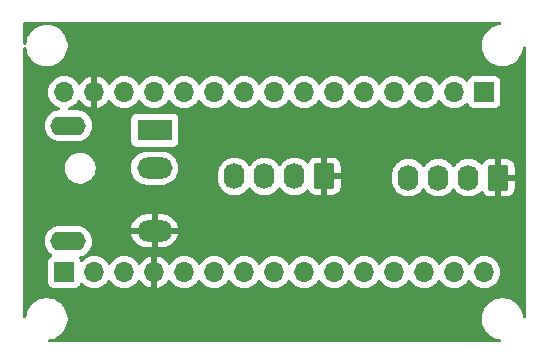
<source format=gbr>
%TF.GenerationSoftware,KiCad,Pcbnew,8.0.8*%
%TF.CreationDate,2025-01-27T11:14:47-08:00*%
%TF.ProjectId,nano-fan-5,6e616e6f-2d66-4616-9e2d-352e6b696361,rev?*%
%TF.SameCoordinates,Original*%
%TF.FileFunction,Copper,L2,Bot*%
%TF.FilePolarity,Positive*%
%FSLAX46Y46*%
G04 Gerber Fmt 4.6, Leading zero omitted, Abs format (unit mm)*
G04 Created by KiCad (PCBNEW 8.0.8) date 2025-01-27 11:14:47*
%MOMM*%
%LPD*%
G01*
G04 APERTURE LIST*
G04 Aperture macros list*
%AMRoundRect*
0 Rectangle with rounded corners*
0 $1 Rounding radius*
0 $2 $3 $4 $5 $6 $7 $8 $9 X,Y pos of 4 corners*
0 Add a 4 corners polygon primitive as box body*
4,1,4,$2,$3,$4,$5,$6,$7,$8,$9,$2,$3,0*
0 Add four circle primitives for the rounded corners*
1,1,$1+$1,$2,$3*
1,1,$1+$1,$4,$5*
1,1,$1+$1,$6,$7*
1,1,$1+$1,$8,$9*
0 Add four rect primitives between the rounded corners*
20,1,$1+$1,$2,$3,$4,$5,0*
20,1,$1+$1,$4,$5,$6,$7,0*
20,1,$1+$1,$6,$7,$8,$9,0*
20,1,$1+$1,$8,$9,$2,$3,0*%
G04 Aperture macros list end*
%TA.AperFunction,ComponentPad*%
%ADD10R,1.600000X1.600000*%
%TD*%
%TA.AperFunction,ComponentPad*%
%ADD11O,1.600000X1.600000*%
%TD*%
%TA.AperFunction,ComponentPad*%
%ADD12R,1.700000X1.700000*%
%TD*%
%TA.AperFunction,ComponentPad*%
%ADD13O,1.700000X1.700000*%
%TD*%
%TA.AperFunction,ComponentPad*%
%ADD14R,3.000000X1.800000*%
%TD*%
%TA.AperFunction,ComponentPad*%
%ADD15O,3.000000X1.800000*%
%TD*%
%TA.AperFunction,ComponentPad*%
%ADD16O,3.000000X1.600000*%
%TD*%
%TA.AperFunction,ComponentPad*%
%ADD17RoundRect,0.250000X0.620000X0.845000X-0.620000X0.845000X-0.620000X-0.845000X0.620000X-0.845000X0*%
%TD*%
%TA.AperFunction,ComponentPad*%
%ADD18O,1.740000X2.190000*%
%TD*%
G04 APERTURE END LIST*
D10*
%TO.P,A1,1,D1/TX*%
%TO.N,TX1*%
X104140000Y-89052400D03*
D11*
%TO.P,A1,2,D0/RX*%
%TO.N,RX0*%
X106680000Y-89052400D03*
%TO.P,A1,3,~{RESET}*%
%TO.N,RST*%
X109220000Y-89052400D03*
%TO.P,A1,4,GND*%
%TO.N,GND*%
X111760000Y-89052400D03*
%TO.P,A1,5,D2*%
%TO.N,D2*%
X114300000Y-89052400D03*
%TO.P,A1,6,D3*%
%TO.N,D3*%
X116840000Y-89052400D03*
%TO.P,A1,7,D4*%
%TO.N,D4*%
X119380000Y-89052400D03*
%TO.P,A1,8,D5*%
%TO.N,D5*%
X121920000Y-89052400D03*
%TO.P,A1,9,D6*%
%TO.N,D6*%
X124460000Y-89052400D03*
%TO.P,A1,10,D7*%
%TO.N,D7*%
X127000000Y-89052400D03*
%TO.P,A1,11,D8*%
%TO.N,D8*%
X129540000Y-89052400D03*
%TO.P,A1,12,D9*%
%TO.N,D9*%
X132080000Y-89052400D03*
%TO.P,A1,13,D10*%
%TO.N,D10*%
X134620000Y-89052400D03*
%TO.P,A1,14,D11*%
%TO.N,D11*%
X137160000Y-89052400D03*
%TO.P,A1,15,D12*%
%TO.N,D12*%
X139700000Y-89052400D03*
%TO.P,A1,16,D13*%
%TO.N,D13*%
X139700000Y-73812400D03*
%TO.P,A1,17,3V3*%
%TO.N,V33*%
X137160000Y-73812400D03*
%TO.P,A1,18,AREF*%
%TO.N,AREF*%
X134620000Y-73812400D03*
%TO.P,A1,19,A0*%
%TO.N,A0*%
X132080000Y-73812400D03*
%TO.P,A1,20,A1*%
%TO.N,A1*%
X129540000Y-73812400D03*
%TO.P,A1,21,A2*%
%TO.N,A2*%
X127000000Y-73812400D03*
%TO.P,A1,22,A3*%
%TO.N,A3*%
X124460000Y-73812400D03*
%TO.P,A1,23,A4*%
%TO.N,A4*%
X121920000Y-73812400D03*
%TO.P,A1,24,A5*%
%TO.N,A5*%
X119380000Y-73812400D03*
%TO.P,A1,25,A6*%
%TO.N,A6*%
X116840000Y-73812400D03*
%TO.P,A1,26,A7*%
%TO.N,A7*%
X114300000Y-73812400D03*
%TO.P,A1,27,+5V*%
%TO.N,V5*%
X111760000Y-73812400D03*
%TO.P,A1,28,~{RESET}*%
%TO.N,RST*%
X109220000Y-73812400D03*
%TO.P,A1,29,GND*%
%TO.N,GND*%
X106680000Y-73812400D03*
%TO.P,A1,30,VIN*%
%TO.N,VIN*%
X104140000Y-73812400D03*
%TD*%
D12*
%TO.P,J2,1,Pin_1*%
%TO.N,D13*%
X139700000Y-73812400D03*
D13*
%TO.P,J2,2,Pin_2*%
%TO.N,V33*%
X137160000Y-73812400D03*
%TO.P,J2,3,Pin_3*%
%TO.N,AREF*%
X134620000Y-73812400D03*
%TO.P,J2,4,Pin_4*%
%TO.N,A0*%
X132080000Y-73812400D03*
%TO.P,J2,5,Pin_5*%
%TO.N,A1*%
X129540000Y-73812400D03*
%TO.P,J2,6,Pin_6*%
%TO.N,A2*%
X127000000Y-73812400D03*
%TO.P,J2,7,Pin_7*%
%TO.N,A3*%
X124460000Y-73812400D03*
%TO.P,J2,8,Pin_8*%
%TO.N,A4*%
X121920000Y-73812400D03*
%TO.P,J2,9,Pin_9*%
%TO.N,A5*%
X119380000Y-73812400D03*
%TO.P,J2,10,Pin_10*%
%TO.N,A6*%
X116840000Y-73812400D03*
%TO.P,J2,11,Pin_11*%
%TO.N,A7*%
X114300000Y-73812400D03*
%TO.P,J2,12,Pin_12*%
%TO.N,V5*%
X111760000Y-73812400D03*
%TO.P,J2,13,Pin_13*%
%TO.N,RST*%
X109220000Y-73812400D03*
%TO.P,J2,14,Pin_14*%
%TO.N,GND*%
X106680000Y-73812400D03*
%TO.P,J2,15,Pin_15*%
%TO.N,VIN*%
X104140000Y-73812400D03*
%TD*%
D12*
%TO.P,J1,1,Pin_1*%
%TO.N,TX1*%
X104140000Y-89052400D03*
D13*
%TO.P,J1,2,Pin_2*%
%TO.N,RX0*%
X106680000Y-89052400D03*
%TO.P,J1,3,Pin_3*%
%TO.N,RST*%
X109220000Y-89052400D03*
%TO.P,J1,4,Pin_4*%
%TO.N,GND*%
X111760000Y-89052400D03*
%TO.P,J1,5,Pin_5*%
%TO.N,D2*%
X114300000Y-89052400D03*
%TO.P,J1,6,Pin_6*%
%TO.N,D3*%
X116840000Y-89052400D03*
%TO.P,J1,7,Pin_7*%
%TO.N,D4*%
X119380000Y-89052400D03*
%TO.P,J1,8,Pin_8*%
%TO.N,D5*%
X121920000Y-89052400D03*
%TO.P,J1,9,Pin_9*%
%TO.N,D6*%
X124460000Y-89052400D03*
%TO.P,J1,10,Pin_10*%
%TO.N,D7*%
X127000000Y-89052400D03*
%TO.P,J1,11,Pin_11*%
%TO.N,D8*%
X129540000Y-89052400D03*
%TO.P,J1,12,Pin_12*%
%TO.N,D9*%
X132080000Y-89052400D03*
%TO.P,J1,13,Pin_13*%
%TO.N,D10*%
X134620000Y-89052400D03*
%TO.P,J1,14,Pin_14*%
%TO.N,D11*%
X137160000Y-89052400D03*
%TO.P,J1,15,Pin_15*%
%TO.N,D12*%
X139700000Y-89052400D03*
%TD*%
D14*
%TO.P,J3,1*%
%TO.N,/VFan*%
X111791200Y-77045700D03*
D15*
%TO.P,J3,2*%
%TO.N,GND*%
X111791200Y-85545700D03*
%TO.P,J3,3*%
%TO.N,unconnected-(J3-Pad3)*%
X111791200Y-80245700D03*
D16*
%TO.P,J3,SH*%
%TO.N,N/C*%
X104491200Y-86445700D03*
X104491200Y-76645700D03*
%TD*%
D17*
%TO.P,M1,1,-*%
%TO.N,GND*%
X126161800Y-80949800D03*
D18*
%TO.P,M1,2,+*%
%TO.N,/VFan*%
X123621800Y-80949800D03*
%TO.P,M1,3,Tacho*%
%TO.N,unconnected-(M1-Tacho-Pad3)*%
X121081800Y-80949800D03*
%TO.P,M1,4,PWM*%
%TO.N,D9*%
X118541800Y-80949800D03*
%TD*%
D17*
%TO.P,M2,1,-*%
%TO.N,GND*%
X140893800Y-81051400D03*
D18*
%TO.P,M2,2,+*%
%TO.N,/VFan*%
X138353800Y-81051400D03*
%TO.P,M2,3,Tacho*%
%TO.N,unconnected-(M2-Tacho-Pad3)*%
X135813800Y-81051400D03*
%TO.P,M2,4,PWM*%
%TO.N,D10*%
X133273800Y-81051400D03*
%TD*%
%TA.AperFunction,Conductor*%
%TO.N,GND*%
G36*
X141093741Y-67880985D02*
G01*
X141139496Y-67933789D01*
X141149440Y-68002947D01*
X141120415Y-68066503D01*
X141061637Y-68104277D01*
X141042888Y-68108238D01*
X140881762Y-68129452D01*
X140788076Y-68154554D01*
X140660112Y-68188842D01*
X140448123Y-68276650D01*
X140448109Y-68276657D01*
X140249382Y-68391392D01*
X140067338Y-68531081D01*
X139905081Y-68693338D01*
X139765392Y-68875382D01*
X139650657Y-69074109D01*
X139650650Y-69074123D01*
X139562842Y-69286112D01*
X139503453Y-69507759D01*
X139503451Y-69507770D01*
X139473500Y-69735258D01*
X139473500Y-69964741D01*
X139485583Y-70056512D01*
X139503452Y-70192238D01*
X139562842Y-70413887D01*
X139650650Y-70625876D01*
X139650657Y-70625890D01*
X139765392Y-70824617D01*
X139905081Y-71006661D01*
X139905089Y-71006670D01*
X140067330Y-71168911D01*
X140067338Y-71168918D01*
X140067339Y-71168919D01*
X140100441Y-71194319D01*
X140249382Y-71308607D01*
X140249385Y-71308608D01*
X140249388Y-71308611D01*
X140448112Y-71423344D01*
X140448117Y-71423346D01*
X140448123Y-71423349D01*
X140509445Y-71448749D01*
X140660113Y-71511158D01*
X140881762Y-71570548D01*
X141109266Y-71600500D01*
X141109273Y-71600500D01*
X141338727Y-71600500D01*
X141338734Y-71600500D01*
X141566238Y-71570548D01*
X141787887Y-71511158D01*
X141999888Y-71423344D01*
X142198612Y-71308611D01*
X142380661Y-71168919D01*
X142380665Y-71168914D01*
X142380670Y-71168911D01*
X142542911Y-71006670D01*
X142542914Y-71006665D01*
X142542919Y-71006661D01*
X142682611Y-70824612D01*
X142797344Y-70625888D01*
X142885158Y-70413887D01*
X142944548Y-70192238D01*
X142965761Y-70031111D01*
X142994028Y-69967216D01*
X143052352Y-69928745D01*
X143122217Y-69927914D01*
X143181440Y-69964986D01*
X143211219Y-70028192D01*
X143212700Y-70047298D01*
X143212700Y-92817501D01*
X143193015Y-92884540D01*
X143140211Y-92930295D01*
X143071053Y-92940239D01*
X143007497Y-92911214D01*
X142969723Y-92852436D01*
X142965761Y-92833687D01*
X142963630Y-92817501D01*
X142944548Y-92672562D01*
X142885158Y-92450913D01*
X142797344Y-92238912D01*
X142682611Y-92040188D01*
X142682608Y-92040185D01*
X142682607Y-92040182D01*
X142542918Y-91858138D01*
X142542911Y-91858130D01*
X142380670Y-91695889D01*
X142380661Y-91695881D01*
X142198617Y-91556192D01*
X141999890Y-91441457D01*
X141999876Y-91441450D01*
X141787887Y-91353642D01*
X141566238Y-91294252D01*
X141528215Y-91289246D01*
X141338741Y-91264300D01*
X141338734Y-91264300D01*
X141109266Y-91264300D01*
X141109258Y-91264300D01*
X140892715Y-91292809D01*
X140881762Y-91294252D01*
X140788076Y-91319354D01*
X140660112Y-91353642D01*
X140448123Y-91441450D01*
X140448109Y-91441457D01*
X140249382Y-91556192D01*
X140067338Y-91695881D01*
X139905081Y-91858138D01*
X139765392Y-92040182D01*
X139650657Y-92238909D01*
X139650650Y-92238923D01*
X139562842Y-92450912D01*
X139503453Y-92672559D01*
X139503451Y-92672570D01*
X139473500Y-92900058D01*
X139473500Y-93129541D01*
X139498446Y-93319015D01*
X139503452Y-93357038D01*
X139503453Y-93357040D01*
X139562842Y-93578687D01*
X139650650Y-93790676D01*
X139650657Y-93790690D01*
X139765392Y-93989417D01*
X139905081Y-94171461D01*
X139905089Y-94171470D01*
X140067330Y-94333711D01*
X140067338Y-94333718D01*
X140249382Y-94473407D01*
X140249385Y-94473408D01*
X140249388Y-94473411D01*
X140448112Y-94588144D01*
X140448117Y-94588146D01*
X140448123Y-94588149D01*
X140539480Y-94625990D01*
X140660113Y-94675958D01*
X140881762Y-94735348D01*
X141042888Y-94756561D01*
X141106784Y-94784828D01*
X141145255Y-94843152D01*
X141146086Y-94913017D01*
X141109014Y-94972240D01*
X141045808Y-95002019D01*
X141026702Y-95003500D01*
X102864098Y-95003500D01*
X102797059Y-94983815D01*
X102751304Y-94931011D01*
X102741360Y-94861853D01*
X102770385Y-94798297D01*
X102829163Y-94760523D01*
X102847912Y-94756561D01*
X103009038Y-94735348D01*
X103230687Y-94675958D01*
X103442688Y-94588144D01*
X103641412Y-94473411D01*
X103823461Y-94333719D01*
X103823465Y-94333714D01*
X103823470Y-94333711D01*
X103985711Y-94171470D01*
X103985714Y-94171465D01*
X103985719Y-94171461D01*
X104125411Y-93989412D01*
X104240144Y-93790688D01*
X104327958Y-93578687D01*
X104387348Y-93357038D01*
X104417300Y-93129534D01*
X104417300Y-92900066D01*
X104387348Y-92672562D01*
X104327958Y-92450913D01*
X104240144Y-92238912D01*
X104125411Y-92040188D01*
X104125408Y-92040185D01*
X104125407Y-92040182D01*
X103985718Y-91858138D01*
X103985711Y-91858130D01*
X103823470Y-91695889D01*
X103823461Y-91695881D01*
X103641417Y-91556192D01*
X103442690Y-91441457D01*
X103442676Y-91441450D01*
X103230687Y-91353642D01*
X103009038Y-91294252D01*
X102971015Y-91289246D01*
X102781541Y-91264300D01*
X102781534Y-91264300D01*
X102552066Y-91264300D01*
X102552058Y-91264300D01*
X102335515Y-91292809D01*
X102324562Y-91294252D01*
X102230876Y-91319354D01*
X102102912Y-91353642D01*
X101890923Y-91441450D01*
X101890909Y-91441457D01*
X101692182Y-91556192D01*
X101510138Y-91695881D01*
X101347881Y-91858138D01*
X101208192Y-92040182D01*
X101093457Y-92238909D01*
X101093450Y-92238923D01*
X101005642Y-92450912D01*
X100946253Y-92672559D01*
X100946251Y-92672570D01*
X100925039Y-92833687D01*
X100896772Y-92897583D01*
X100838448Y-92936054D01*
X100768583Y-92936885D01*
X100709360Y-92899813D01*
X100679581Y-92836607D01*
X100678100Y-92817501D01*
X100678100Y-86343348D01*
X102490700Y-86343348D01*
X102490700Y-86548051D01*
X102522722Y-86750234D01*
X102585981Y-86944923D01*
X102678915Y-87127313D01*
X102799228Y-87292913D01*
X102943980Y-87437665D01*
X103084163Y-87539513D01*
X103126829Y-87594843D01*
X103132808Y-87664457D01*
X103100203Y-87726252D01*
X103054614Y-87756013D01*
X103047672Y-87758602D01*
X103047664Y-87758606D01*
X102932455Y-87844852D01*
X102932452Y-87844855D01*
X102846206Y-87960064D01*
X102846202Y-87960071D01*
X102795908Y-88094917D01*
X102789501Y-88154516D01*
X102789500Y-88154535D01*
X102789500Y-89950270D01*
X102789501Y-89950276D01*
X102795908Y-90009883D01*
X102846202Y-90144728D01*
X102846206Y-90144735D01*
X102932452Y-90259944D01*
X102932455Y-90259947D01*
X103047664Y-90346193D01*
X103047671Y-90346197D01*
X103182517Y-90396491D01*
X103182516Y-90396491D01*
X103189444Y-90397235D01*
X103242127Y-90402900D01*
X105037872Y-90402899D01*
X105097483Y-90396491D01*
X105232331Y-90346196D01*
X105347546Y-90259946D01*
X105433796Y-90144731D01*
X105482810Y-90013316D01*
X105524681Y-89957384D01*
X105590145Y-89932966D01*
X105658418Y-89947817D01*
X105686673Y-89968969D01*
X105808599Y-90090895D01*
X105905384Y-90158665D01*
X106002165Y-90226432D01*
X106002167Y-90226433D01*
X106002170Y-90226435D01*
X106216337Y-90326303D01*
X106444592Y-90387463D01*
X106621034Y-90402900D01*
X106679999Y-90408059D01*
X106680000Y-90408059D01*
X106680001Y-90408059D01*
X106738966Y-90402900D01*
X106915408Y-90387463D01*
X107143663Y-90326303D01*
X107357830Y-90226435D01*
X107551401Y-90090895D01*
X107718495Y-89923801D01*
X107848425Y-89738242D01*
X107903002Y-89694617D01*
X107972500Y-89687423D01*
X108034855Y-89718946D01*
X108051575Y-89738242D01*
X108181500Y-89923795D01*
X108181505Y-89923801D01*
X108348599Y-90090895D01*
X108445384Y-90158665D01*
X108542165Y-90226432D01*
X108542167Y-90226433D01*
X108542170Y-90226435D01*
X108756337Y-90326303D01*
X108984592Y-90387463D01*
X109161034Y-90402900D01*
X109219999Y-90408059D01*
X109220000Y-90408059D01*
X109220001Y-90408059D01*
X109278966Y-90402900D01*
X109455408Y-90387463D01*
X109683663Y-90326303D01*
X109897830Y-90226435D01*
X110091401Y-90090895D01*
X110258495Y-89923801D01*
X110388730Y-89737805D01*
X110443307Y-89694181D01*
X110512805Y-89686987D01*
X110575160Y-89718510D01*
X110591879Y-89737805D01*
X110721890Y-89923478D01*
X110888917Y-90090505D01*
X111082421Y-90226000D01*
X111296507Y-90325829D01*
X111296516Y-90325833D01*
X111510000Y-90383034D01*
X111510000Y-89485412D01*
X111567007Y-89518325D01*
X111694174Y-89552400D01*
X111825826Y-89552400D01*
X111952993Y-89518325D01*
X112010000Y-89485412D01*
X112010000Y-90383033D01*
X112223483Y-90325833D01*
X112223492Y-90325829D01*
X112437578Y-90226000D01*
X112631082Y-90090505D01*
X112798105Y-89923482D01*
X112928119Y-89737805D01*
X112982696Y-89694181D01*
X113052195Y-89686988D01*
X113114549Y-89718510D01*
X113131269Y-89737805D01*
X113261505Y-89923801D01*
X113428599Y-90090895D01*
X113525384Y-90158665D01*
X113622165Y-90226432D01*
X113622167Y-90226433D01*
X113622170Y-90226435D01*
X113836337Y-90326303D01*
X114064592Y-90387463D01*
X114241034Y-90402900D01*
X114299999Y-90408059D01*
X114300000Y-90408059D01*
X114300001Y-90408059D01*
X114358966Y-90402900D01*
X114535408Y-90387463D01*
X114763663Y-90326303D01*
X114977830Y-90226435D01*
X115171401Y-90090895D01*
X115338495Y-89923801D01*
X115468425Y-89738242D01*
X115523002Y-89694617D01*
X115592500Y-89687423D01*
X115654855Y-89718946D01*
X115671575Y-89738242D01*
X115801500Y-89923795D01*
X115801505Y-89923801D01*
X115968599Y-90090895D01*
X116065384Y-90158665D01*
X116162165Y-90226432D01*
X116162167Y-90226433D01*
X116162170Y-90226435D01*
X116376337Y-90326303D01*
X116604592Y-90387463D01*
X116781034Y-90402900D01*
X116839999Y-90408059D01*
X116840000Y-90408059D01*
X116840001Y-90408059D01*
X116898966Y-90402900D01*
X117075408Y-90387463D01*
X117303663Y-90326303D01*
X117517830Y-90226435D01*
X117711401Y-90090895D01*
X117878495Y-89923801D01*
X118008425Y-89738242D01*
X118063002Y-89694617D01*
X118132500Y-89687423D01*
X118194855Y-89718946D01*
X118211575Y-89738242D01*
X118341500Y-89923795D01*
X118341505Y-89923801D01*
X118508599Y-90090895D01*
X118605384Y-90158665D01*
X118702165Y-90226432D01*
X118702167Y-90226433D01*
X118702170Y-90226435D01*
X118916337Y-90326303D01*
X119144592Y-90387463D01*
X119321034Y-90402900D01*
X119379999Y-90408059D01*
X119380000Y-90408059D01*
X119380001Y-90408059D01*
X119438966Y-90402900D01*
X119615408Y-90387463D01*
X119843663Y-90326303D01*
X120057830Y-90226435D01*
X120251401Y-90090895D01*
X120418495Y-89923801D01*
X120548425Y-89738242D01*
X120603002Y-89694617D01*
X120672500Y-89687423D01*
X120734855Y-89718946D01*
X120751575Y-89738242D01*
X120881500Y-89923795D01*
X120881505Y-89923801D01*
X121048599Y-90090895D01*
X121145384Y-90158665D01*
X121242165Y-90226432D01*
X121242167Y-90226433D01*
X121242170Y-90226435D01*
X121456337Y-90326303D01*
X121684592Y-90387463D01*
X121861034Y-90402900D01*
X121919999Y-90408059D01*
X121920000Y-90408059D01*
X121920001Y-90408059D01*
X121978966Y-90402900D01*
X122155408Y-90387463D01*
X122383663Y-90326303D01*
X122597830Y-90226435D01*
X122791401Y-90090895D01*
X122958495Y-89923801D01*
X123088425Y-89738242D01*
X123143002Y-89694617D01*
X123212500Y-89687423D01*
X123274855Y-89718946D01*
X123291575Y-89738242D01*
X123421500Y-89923795D01*
X123421505Y-89923801D01*
X123588599Y-90090895D01*
X123685384Y-90158665D01*
X123782165Y-90226432D01*
X123782167Y-90226433D01*
X123782170Y-90226435D01*
X123996337Y-90326303D01*
X124224592Y-90387463D01*
X124401034Y-90402900D01*
X124459999Y-90408059D01*
X124460000Y-90408059D01*
X124460001Y-90408059D01*
X124518966Y-90402900D01*
X124695408Y-90387463D01*
X124923663Y-90326303D01*
X125137830Y-90226435D01*
X125331401Y-90090895D01*
X125498495Y-89923801D01*
X125628425Y-89738242D01*
X125683002Y-89694617D01*
X125752500Y-89687423D01*
X125814855Y-89718946D01*
X125831575Y-89738242D01*
X125961500Y-89923795D01*
X125961505Y-89923801D01*
X126128599Y-90090895D01*
X126225384Y-90158665D01*
X126322165Y-90226432D01*
X126322167Y-90226433D01*
X126322170Y-90226435D01*
X126536337Y-90326303D01*
X126764592Y-90387463D01*
X126941034Y-90402900D01*
X126999999Y-90408059D01*
X127000000Y-90408059D01*
X127000001Y-90408059D01*
X127058966Y-90402900D01*
X127235408Y-90387463D01*
X127463663Y-90326303D01*
X127677830Y-90226435D01*
X127871401Y-90090895D01*
X128038495Y-89923801D01*
X128168425Y-89738242D01*
X128223002Y-89694617D01*
X128292500Y-89687423D01*
X128354855Y-89718946D01*
X128371575Y-89738242D01*
X128501500Y-89923795D01*
X128501505Y-89923801D01*
X128668599Y-90090895D01*
X128765384Y-90158665D01*
X128862165Y-90226432D01*
X128862167Y-90226433D01*
X128862170Y-90226435D01*
X129076337Y-90326303D01*
X129304592Y-90387463D01*
X129481034Y-90402900D01*
X129539999Y-90408059D01*
X129540000Y-90408059D01*
X129540001Y-90408059D01*
X129598966Y-90402900D01*
X129775408Y-90387463D01*
X130003663Y-90326303D01*
X130217830Y-90226435D01*
X130411401Y-90090895D01*
X130578495Y-89923801D01*
X130708425Y-89738242D01*
X130763002Y-89694617D01*
X130832500Y-89687423D01*
X130894855Y-89718946D01*
X130911575Y-89738242D01*
X131041500Y-89923795D01*
X131041505Y-89923801D01*
X131208599Y-90090895D01*
X131305384Y-90158665D01*
X131402165Y-90226432D01*
X131402167Y-90226433D01*
X131402170Y-90226435D01*
X131616337Y-90326303D01*
X131844592Y-90387463D01*
X132021034Y-90402900D01*
X132079999Y-90408059D01*
X132080000Y-90408059D01*
X132080001Y-90408059D01*
X132138966Y-90402900D01*
X132315408Y-90387463D01*
X132543663Y-90326303D01*
X132757830Y-90226435D01*
X132951401Y-90090895D01*
X133118495Y-89923801D01*
X133248425Y-89738242D01*
X133303002Y-89694617D01*
X133372500Y-89687423D01*
X133434855Y-89718946D01*
X133451575Y-89738242D01*
X133581500Y-89923795D01*
X133581505Y-89923801D01*
X133748599Y-90090895D01*
X133845384Y-90158665D01*
X133942165Y-90226432D01*
X133942167Y-90226433D01*
X133942170Y-90226435D01*
X134156337Y-90326303D01*
X134384592Y-90387463D01*
X134561034Y-90402900D01*
X134619999Y-90408059D01*
X134620000Y-90408059D01*
X134620001Y-90408059D01*
X134678966Y-90402900D01*
X134855408Y-90387463D01*
X135083663Y-90326303D01*
X135297830Y-90226435D01*
X135491401Y-90090895D01*
X135658495Y-89923801D01*
X135788425Y-89738242D01*
X135843002Y-89694617D01*
X135912500Y-89687423D01*
X135974855Y-89718946D01*
X135991575Y-89738242D01*
X136121500Y-89923795D01*
X136121505Y-89923801D01*
X136288599Y-90090895D01*
X136385384Y-90158665D01*
X136482165Y-90226432D01*
X136482167Y-90226433D01*
X136482170Y-90226435D01*
X136696337Y-90326303D01*
X136924592Y-90387463D01*
X137101034Y-90402900D01*
X137159999Y-90408059D01*
X137160000Y-90408059D01*
X137160001Y-90408059D01*
X137218966Y-90402900D01*
X137395408Y-90387463D01*
X137623663Y-90326303D01*
X137837830Y-90226435D01*
X138031401Y-90090895D01*
X138198495Y-89923801D01*
X138328425Y-89738242D01*
X138383002Y-89694617D01*
X138452500Y-89687423D01*
X138514855Y-89718946D01*
X138531575Y-89738242D01*
X138661500Y-89923795D01*
X138661505Y-89923801D01*
X138828599Y-90090895D01*
X138925384Y-90158665D01*
X139022165Y-90226432D01*
X139022167Y-90226433D01*
X139022170Y-90226435D01*
X139236337Y-90326303D01*
X139464592Y-90387463D01*
X139641034Y-90402900D01*
X139699999Y-90408059D01*
X139700000Y-90408059D01*
X139700001Y-90408059D01*
X139758966Y-90402900D01*
X139935408Y-90387463D01*
X140163663Y-90326303D01*
X140377830Y-90226435D01*
X140571401Y-90090895D01*
X140738495Y-89923801D01*
X140874035Y-89730230D01*
X140973903Y-89516063D01*
X141035063Y-89287808D01*
X141055659Y-89052400D01*
X141035063Y-88816992D01*
X140973903Y-88588737D01*
X140874035Y-88374571D01*
X140868731Y-88366995D01*
X140738494Y-88180997D01*
X140571402Y-88013906D01*
X140571395Y-88013901D01*
X140377834Y-87878367D01*
X140377830Y-87878365D01*
X140377828Y-87878364D01*
X140163663Y-87778497D01*
X140163659Y-87778496D01*
X140163655Y-87778494D01*
X139935413Y-87717338D01*
X139935403Y-87717336D01*
X139700001Y-87696741D01*
X139699999Y-87696741D01*
X139464596Y-87717336D01*
X139464586Y-87717338D01*
X139236344Y-87778494D01*
X139236335Y-87778498D01*
X139022171Y-87878364D01*
X139022169Y-87878365D01*
X138828597Y-88013905D01*
X138661505Y-88180997D01*
X138531575Y-88366558D01*
X138476998Y-88410183D01*
X138407500Y-88417377D01*
X138345145Y-88385854D01*
X138328425Y-88366558D01*
X138198494Y-88180997D01*
X138031402Y-88013906D01*
X138031395Y-88013901D01*
X137837834Y-87878367D01*
X137837830Y-87878365D01*
X137837828Y-87878364D01*
X137623663Y-87778497D01*
X137623659Y-87778496D01*
X137623655Y-87778494D01*
X137395413Y-87717338D01*
X137395403Y-87717336D01*
X137160001Y-87696741D01*
X137159999Y-87696741D01*
X136924596Y-87717336D01*
X136924586Y-87717338D01*
X136696344Y-87778494D01*
X136696335Y-87778498D01*
X136482171Y-87878364D01*
X136482169Y-87878365D01*
X136288597Y-88013905D01*
X136121505Y-88180997D01*
X135991575Y-88366558D01*
X135936998Y-88410183D01*
X135867500Y-88417377D01*
X135805145Y-88385854D01*
X135788425Y-88366558D01*
X135658494Y-88180997D01*
X135491402Y-88013906D01*
X135491395Y-88013901D01*
X135297834Y-87878367D01*
X135297830Y-87878365D01*
X135297828Y-87878364D01*
X135083663Y-87778497D01*
X135083659Y-87778496D01*
X135083655Y-87778494D01*
X134855413Y-87717338D01*
X134855403Y-87717336D01*
X134620001Y-87696741D01*
X134619999Y-87696741D01*
X134384596Y-87717336D01*
X134384586Y-87717338D01*
X134156344Y-87778494D01*
X134156335Y-87778498D01*
X133942171Y-87878364D01*
X133942169Y-87878365D01*
X133748597Y-88013905D01*
X133581505Y-88180997D01*
X133451575Y-88366558D01*
X133396998Y-88410183D01*
X133327500Y-88417377D01*
X133265145Y-88385854D01*
X133248425Y-88366558D01*
X133118494Y-88180997D01*
X132951402Y-88013906D01*
X132951395Y-88013901D01*
X132757834Y-87878367D01*
X132757830Y-87878365D01*
X132757828Y-87878364D01*
X132543663Y-87778497D01*
X132543659Y-87778496D01*
X132543655Y-87778494D01*
X132315413Y-87717338D01*
X132315403Y-87717336D01*
X132080001Y-87696741D01*
X132079999Y-87696741D01*
X131844596Y-87717336D01*
X131844586Y-87717338D01*
X131616344Y-87778494D01*
X131616335Y-87778498D01*
X131402171Y-87878364D01*
X131402169Y-87878365D01*
X131208597Y-88013905D01*
X131041505Y-88180997D01*
X130911575Y-88366558D01*
X130856998Y-88410183D01*
X130787500Y-88417377D01*
X130725145Y-88385854D01*
X130708425Y-88366558D01*
X130578494Y-88180997D01*
X130411402Y-88013906D01*
X130411395Y-88013901D01*
X130217834Y-87878367D01*
X130217830Y-87878365D01*
X130217828Y-87878364D01*
X130003663Y-87778497D01*
X130003659Y-87778496D01*
X130003655Y-87778494D01*
X129775413Y-87717338D01*
X129775403Y-87717336D01*
X129540001Y-87696741D01*
X129539999Y-87696741D01*
X129304596Y-87717336D01*
X129304586Y-87717338D01*
X129076344Y-87778494D01*
X129076335Y-87778498D01*
X128862171Y-87878364D01*
X128862169Y-87878365D01*
X128668597Y-88013905D01*
X128501505Y-88180997D01*
X128371575Y-88366558D01*
X128316998Y-88410183D01*
X128247500Y-88417377D01*
X128185145Y-88385854D01*
X128168425Y-88366558D01*
X128038494Y-88180997D01*
X127871402Y-88013906D01*
X127871395Y-88013901D01*
X127677834Y-87878367D01*
X127677830Y-87878365D01*
X127677828Y-87878364D01*
X127463663Y-87778497D01*
X127463659Y-87778496D01*
X127463655Y-87778494D01*
X127235413Y-87717338D01*
X127235403Y-87717336D01*
X127000001Y-87696741D01*
X126999999Y-87696741D01*
X126764596Y-87717336D01*
X126764586Y-87717338D01*
X126536344Y-87778494D01*
X126536335Y-87778498D01*
X126322171Y-87878364D01*
X126322169Y-87878365D01*
X126128597Y-88013905D01*
X125961505Y-88180997D01*
X125831575Y-88366558D01*
X125776998Y-88410183D01*
X125707500Y-88417377D01*
X125645145Y-88385854D01*
X125628425Y-88366558D01*
X125498494Y-88180997D01*
X125331402Y-88013906D01*
X125331395Y-88013901D01*
X125137834Y-87878367D01*
X125137830Y-87878365D01*
X125137828Y-87878364D01*
X124923663Y-87778497D01*
X124923659Y-87778496D01*
X124923655Y-87778494D01*
X124695413Y-87717338D01*
X124695403Y-87717336D01*
X124460001Y-87696741D01*
X124459999Y-87696741D01*
X124224596Y-87717336D01*
X124224586Y-87717338D01*
X123996344Y-87778494D01*
X123996335Y-87778498D01*
X123782171Y-87878364D01*
X123782169Y-87878365D01*
X123588597Y-88013905D01*
X123421505Y-88180997D01*
X123291575Y-88366558D01*
X123236998Y-88410183D01*
X123167500Y-88417377D01*
X123105145Y-88385854D01*
X123088425Y-88366558D01*
X122958494Y-88180997D01*
X122791402Y-88013906D01*
X122791395Y-88013901D01*
X122597834Y-87878367D01*
X122597830Y-87878365D01*
X122597828Y-87878364D01*
X122383663Y-87778497D01*
X122383659Y-87778496D01*
X122383655Y-87778494D01*
X122155413Y-87717338D01*
X122155403Y-87717336D01*
X121920001Y-87696741D01*
X121919999Y-87696741D01*
X121684596Y-87717336D01*
X121684586Y-87717338D01*
X121456344Y-87778494D01*
X121456335Y-87778498D01*
X121242171Y-87878364D01*
X121242169Y-87878365D01*
X121048597Y-88013905D01*
X120881505Y-88180997D01*
X120751575Y-88366558D01*
X120696998Y-88410183D01*
X120627500Y-88417377D01*
X120565145Y-88385854D01*
X120548425Y-88366558D01*
X120418494Y-88180997D01*
X120251402Y-88013906D01*
X120251395Y-88013901D01*
X120057834Y-87878367D01*
X120057830Y-87878365D01*
X120057828Y-87878364D01*
X119843663Y-87778497D01*
X119843659Y-87778496D01*
X119843655Y-87778494D01*
X119615413Y-87717338D01*
X119615403Y-87717336D01*
X119380001Y-87696741D01*
X119379999Y-87696741D01*
X119144596Y-87717336D01*
X119144586Y-87717338D01*
X118916344Y-87778494D01*
X118916335Y-87778498D01*
X118702171Y-87878364D01*
X118702169Y-87878365D01*
X118508597Y-88013905D01*
X118341505Y-88180997D01*
X118211575Y-88366558D01*
X118156998Y-88410183D01*
X118087500Y-88417377D01*
X118025145Y-88385854D01*
X118008425Y-88366558D01*
X117878494Y-88180997D01*
X117711402Y-88013906D01*
X117711395Y-88013901D01*
X117517834Y-87878367D01*
X117517830Y-87878365D01*
X117517828Y-87878364D01*
X117303663Y-87778497D01*
X117303659Y-87778496D01*
X117303655Y-87778494D01*
X117075413Y-87717338D01*
X117075403Y-87717336D01*
X116840001Y-87696741D01*
X116839999Y-87696741D01*
X116604596Y-87717336D01*
X116604586Y-87717338D01*
X116376344Y-87778494D01*
X116376335Y-87778498D01*
X116162171Y-87878364D01*
X116162169Y-87878365D01*
X115968597Y-88013905D01*
X115801505Y-88180997D01*
X115671575Y-88366558D01*
X115616998Y-88410183D01*
X115547500Y-88417377D01*
X115485145Y-88385854D01*
X115468425Y-88366558D01*
X115338494Y-88180997D01*
X115171402Y-88013906D01*
X115171395Y-88013901D01*
X114977834Y-87878367D01*
X114977830Y-87878365D01*
X114977828Y-87878364D01*
X114763663Y-87778497D01*
X114763659Y-87778496D01*
X114763655Y-87778494D01*
X114535413Y-87717338D01*
X114535403Y-87717336D01*
X114300001Y-87696741D01*
X114299999Y-87696741D01*
X114064596Y-87717336D01*
X114064586Y-87717338D01*
X113836344Y-87778494D01*
X113836335Y-87778498D01*
X113622171Y-87878364D01*
X113622169Y-87878365D01*
X113428597Y-88013905D01*
X113261508Y-88180994D01*
X113131269Y-88366995D01*
X113076692Y-88410619D01*
X113007193Y-88417812D01*
X112944839Y-88386290D01*
X112928119Y-88366994D01*
X112798113Y-88181326D01*
X112798108Y-88181320D01*
X112631082Y-88014294D01*
X112437578Y-87878799D01*
X112223492Y-87778970D01*
X112223486Y-87778967D01*
X112010000Y-87721764D01*
X112010000Y-88619388D01*
X111952993Y-88586475D01*
X111825826Y-88552400D01*
X111694174Y-88552400D01*
X111567007Y-88586475D01*
X111510000Y-88619388D01*
X111510000Y-87721764D01*
X111509999Y-87721764D01*
X111296513Y-87778967D01*
X111296507Y-87778970D01*
X111082422Y-87878799D01*
X111082420Y-87878800D01*
X110888926Y-88014286D01*
X110888920Y-88014291D01*
X110721891Y-88181320D01*
X110721890Y-88181322D01*
X110591880Y-88366995D01*
X110537303Y-88410619D01*
X110467804Y-88417812D01*
X110405450Y-88386290D01*
X110388730Y-88366994D01*
X110258494Y-88180997D01*
X110091402Y-88013906D01*
X110091395Y-88013901D01*
X109897834Y-87878367D01*
X109897830Y-87878365D01*
X109897828Y-87878364D01*
X109683663Y-87778497D01*
X109683659Y-87778496D01*
X109683655Y-87778494D01*
X109455413Y-87717338D01*
X109455403Y-87717336D01*
X109220001Y-87696741D01*
X109219999Y-87696741D01*
X108984596Y-87717336D01*
X108984586Y-87717338D01*
X108756344Y-87778494D01*
X108756335Y-87778498D01*
X108542171Y-87878364D01*
X108542169Y-87878365D01*
X108348597Y-88013905D01*
X108181505Y-88180997D01*
X108051575Y-88366558D01*
X107996998Y-88410183D01*
X107927500Y-88417377D01*
X107865145Y-88385854D01*
X107848425Y-88366558D01*
X107718494Y-88180997D01*
X107551402Y-88013906D01*
X107551395Y-88013901D01*
X107357834Y-87878367D01*
X107357830Y-87878365D01*
X107357828Y-87878364D01*
X107143663Y-87778497D01*
X107143659Y-87778496D01*
X107143655Y-87778494D01*
X106915413Y-87717338D01*
X106915403Y-87717336D01*
X106680001Y-87696741D01*
X106679999Y-87696741D01*
X106444596Y-87717336D01*
X106444586Y-87717338D01*
X106216344Y-87778494D01*
X106216335Y-87778498D01*
X106002171Y-87878364D01*
X106002169Y-87878365D01*
X105808600Y-88013903D01*
X105686673Y-88135830D01*
X105625350Y-88169314D01*
X105555658Y-88164330D01*
X105499725Y-88122458D01*
X105482810Y-88091481D01*
X105433797Y-87960071D01*
X105433795Y-87960068D01*
X105399030Y-87913628D01*
X105374612Y-87848163D01*
X105389463Y-87779890D01*
X105438868Y-87730484D01*
X105478896Y-87716843D01*
X105495734Y-87714177D01*
X105690419Y-87650920D01*
X105872810Y-87557987D01*
X105965790Y-87490432D01*
X106038413Y-87437671D01*
X106038415Y-87437668D01*
X106038419Y-87437666D01*
X106183166Y-87292919D01*
X106183168Y-87292915D01*
X106183171Y-87292913D01*
X106235932Y-87220290D01*
X106303487Y-87127310D01*
X106396420Y-86944919D01*
X106459677Y-86750234D01*
X106491700Y-86548052D01*
X106491700Y-86343348D01*
X106459677Y-86141166D01*
X106440813Y-86083110D01*
X106396418Y-85946476D01*
X106355301Y-85865780D01*
X106303487Y-85764090D01*
X106256992Y-85700094D01*
X106183171Y-85598486D01*
X106038413Y-85453728D01*
X105872813Y-85333415D01*
X105872812Y-85333414D01*
X105872810Y-85333413D01*
X105798794Y-85295700D01*
X109813345Y-85295700D01*
X110875514Y-85295700D01*
X110871120Y-85300094D01*
X110818459Y-85391306D01*
X110791200Y-85493039D01*
X110791200Y-85598361D01*
X110818459Y-85700094D01*
X110871120Y-85791306D01*
X110875514Y-85795700D01*
X109813345Y-85795700D01*
X109825673Y-85873535D01*
X109825673Y-85873538D01*
X109893767Y-86083110D01*
X109993813Y-86279460D01*
X110123342Y-86457741D01*
X110279158Y-86613557D01*
X110457439Y-86743086D01*
X110653789Y-86843132D01*
X110863364Y-86911226D01*
X111081019Y-86945700D01*
X111541200Y-86945700D01*
X111541200Y-85945700D01*
X112041200Y-85945700D01*
X112041200Y-86945700D01*
X112501381Y-86945700D01*
X112719035Y-86911226D01*
X112928610Y-86843132D01*
X113124960Y-86743086D01*
X113303241Y-86613557D01*
X113459057Y-86457741D01*
X113588586Y-86279460D01*
X113688632Y-86083110D01*
X113756726Y-85873538D01*
X113756726Y-85873535D01*
X113769055Y-85795700D01*
X112706886Y-85795700D01*
X112711280Y-85791306D01*
X112763941Y-85700094D01*
X112791200Y-85598361D01*
X112791200Y-85493039D01*
X112763941Y-85391306D01*
X112711280Y-85300094D01*
X112706886Y-85295700D01*
X113769055Y-85295700D01*
X113756726Y-85217864D01*
X113756726Y-85217861D01*
X113688632Y-85008289D01*
X113588586Y-84811939D01*
X113459057Y-84633658D01*
X113303241Y-84477842D01*
X113124960Y-84348313D01*
X112928610Y-84248267D01*
X112719035Y-84180173D01*
X112501381Y-84145700D01*
X112041200Y-84145700D01*
X112041200Y-85145700D01*
X111541200Y-85145700D01*
X111541200Y-84145700D01*
X111081019Y-84145700D01*
X110863364Y-84180173D01*
X110653789Y-84248267D01*
X110457439Y-84348313D01*
X110279158Y-84477842D01*
X110123342Y-84633658D01*
X109993813Y-84811939D01*
X109893767Y-85008289D01*
X109825673Y-85217861D01*
X109825673Y-85217864D01*
X109813345Y-85295700D01*
X105798794Y-85295700D01*
X105690423Y-85240481D01*
X105495734Y-85177222D01*
X105321195Y-85149578D01*
X105293552Y-85145200D01*
X103688848Y-85145200D01*
X103664529Y-85149051D01*
X103486665Y-85177222D01*
X103291976Y-85240481D01*
X103109586Y-85333415D01*
X102943986Y-85453728D01*
X102799228Y-85598486D01*
X102678915Y-85764086D01*
X102585981Y-85946476D01*
X102522722Y-86141165D01*
X102490700Y-86343348D01*
X100678100Y-86343348D01*
X100678100Y-80142168D01*
X104175700Y-80142168D01*
X104175700Y-80349232D01*
X104184355Y-80403877D01*
X104208092Y-80553748D01*
X104272076Y-80750674D01*
X104272077Y-80750677D01*
X104366083Y-80935172D01*
X104487793Y-81102691D01*
X104634209Y-81249107D01*
X104801728Y-81370817D01*
X104891853Y-81416738D01*
X104986222Y-81464822D01*
X104986225Y-81464823D01*
X105081324Y-81495722D01*
X105183153Y-81528808D01*
X105387668Y-81561200D01*
X105387669Y-81561200D01*
X105594731Y-81561200D01*
X105594732Y-81561200D01*
X105799247Y-81528808D01*
X105996177Y-81464822D01*
X106180672Y-81370817D01*
X106348191Y-81249107D01*
X106494607Y-81102691D01*
X106616317Y-80935172D01*
X106710322Y-80750677D01*
X106774308Y-80553747D01*
X106806700Y-80349232D01*
X106806700Y-80142168D01*
X106805640Y-80135478D01*
X109790700Y-80135478D01*
X109790700Y-80355922D01*
X109798295Y-80403874D01*
X109825185Y-80573652D01*
X109893303Y-80783303D01*
X109893304Y-80783306D01*
X109961322Y-80916796D01*
X109970685Y-80935172D01*
X109993387Y-80979725D01*
X110122952Y-81158058D01*
X110122956Y-81158063D01*
X110278836Y-81313943D01*
X110278841Y-81313947D01*
X110357117Y-81370817D01*
X110457178Y-81443515D01*
X110559639Y-81495722D01*
X110653593Y-81543595D01*
X110653596Y-81543596D01*
X110707777Y-81561200D01*
X110863249Y-81611715D01*
X111080978Y-81646200D01*
X111080979Y-81646200D01*
X112501421Y-81646200D01*
X112501422Y-81646200D01*
X112719151Y-81611715D01*
X112928806Y-81543595D01*
X113125222Y-81443515D01*
X113303565Y-81313942D01*
X113459442Y-81158065D01*
X113589015Y-80979722D01*
X113689095Y-80783306D01*
X113743152Y-80616933D01*
X117171300Y-80616933D01*
X117171300Y-81282666D01*
X117200151Y-81464822D01*
X117205046Y-81495726D01*
X117271708Y-81700889D01*
X117369643Y-81893099D01*
X117496441Y-82067621D01*
X117648979Y-82220159D01*
X117823501Y-82346957D01*
X118015711Y-82444892D01*
X118220874Y-82511554D01*
X118300773Y-82524208D01*
X118433934Y-82545300D01*
X118433939Y-82545300D01*
X118649666Y-82545300D01*
X118768030Y-82526552D01*
X118862726Y-82511554D01*
X119067889Y-82444892D01*
X119260099Y-82346957D01*
X119434621Y-82220159D01*
X119587159Y-82067621D01*
X119711482Y-81896504D01*
X119766812Y-81853840D01*
X119836426Y-81847861D01*
X119898220Y-81880467D01*
X119912115Y-81896502D01*
X120036441Y-82067621D01*
X120188979Y-82220159D01*
X120363501Y-82346957D01*
X120555711Y-82444892D01*
X120760874Y-82511554D01*
X120840773Y-82524208D01*
X120973934Y-82545300D01*
X120973939Y-82545300D01*
X121189666Y-82545300D01*
X121308030Y-82526552D01*
X121402726Y-82511554D01*
X121607889Y-82444892D01*
X121800099Y-82346957D01*
X121974621Y-82220159D01*
X122127159Y-82067621D01*
X122251482Y-81896504D01*
X122306812Y-81853840D01*
X122376426Y-81847861D01*
X122438220Y-81880467D01*
X122452115Y-81896502D01*
X122576441Y-82067621D01*
X122728979Y-82220159D01*
X122903501Y-82346957D01*
X123095711Y-82444892D01*
X123300874Y-82511554D01*
X123380773Y-82524208D01*
X123513934Y-82545300D01*
X123513939Y-82545300D01*
X123729666Y-82545300D01*
X123848030Y-82526552D01*
X123942726Y-82511554D01*
X124147889Y-82444892D01*
X124340099Y-82346957D01*
X124514621Y-82220159D01*
X124656986Y-82077793D01*
X124718305Y-82044311D01*
X124787997Y-82049295D01*
X124843931Y-82091166D01*
X124857048Y-82113077D01*
X124857440Y-82113918D01*
X124949484Y-82263145D01*
X125073454Y-82387115D01*
X125222675Y-82479156D01*
X125222680Y-82479158D01*
X125389102Y-82534305D01*
X125389109Y-82534306D01*
X125491819Y-82544799D01*
X125911799Y-82544799D01*
X125911800Y-82544798D01*
X125911800Y-81492509D01*
X125932139Y-81504252D01*
X126083467Y-81544800D01*
X126240133Y-81544800D01*
X126391461Y-81504252D01*
X126411800Y-81492509D01*
X126411800Y-82544799D01*
X126831772Y-82544799D01*
X126831786Y-82544798D01*
X126934497Y-82534305D01*
X127100919Y-82479158D01*
X127100924Y-82479156D01*
X127250145Y-82387115D01*
X127374115Y-82263145D01*
X127466156Y-82113924D01*
X127466158Y-82113919D01*
X127521305Y-81947497D01*
X127521306Y-81947490D01*
X127531799Y-81844786D01*
X127531800Y-81844773D01*
X127531800Y-81199800D01*
X126704509Y-81199800D01*
X126716252Y-81179461D01*
X126756800Y-81028133D01*
X126756800Y-80871467D01*
X126716252Y-80720139D01*
X126715325Y-80718533D01*
X131903300Y-80718533D01*
X131903300Y-81384266D01*
X131931324Y-81561200D01*
X131937046Y-81597326D01*
X132003708Y-81802489D01*
X132101643Y-81994699D01*
X132228441Y-82169221D01*
X132380979Y-82321759D01*
X132555501Y-82448557D01*
X132747711Y-82546492D01*
X132952874Y-82613154D01*
X133032773Y-82625808D01*
X133165934Y-82646900D01*
X133165939Y-82646900D01*
X133381666Y-82646900D01*
X133500030Y-82628152D01*
X133594726Y-82613154D01*
X133799889Y-82546492D01*
X133992099Y-82448557D01*
X134166621Y-82321759D01*
X134319159Y-82169221D01*
X134443482Y-81998104D01*
X134498812Y-81955440D01*
X134568426Y-81949461D01*
X134630220Y-81982067D01*
X134644115Y-81998102D01*
X134768441Y-82169221D01*
X134920979Y-82321759D01*
X135095501Y-82448557D01*
X135287711Y-82546492D01*
X135492874Y-82613154D01*
X135572773Y-82625808D01*
X135705934Y-82646900D01*
X135705939Y-82646900D01*
X135921666Y-82646900D01*
X136040030Y-82628152D01*
X136134726Y-82613154D01*
X136339889Y-82546492D01*
X136532099Y-82448557D01*
X136706621Y-82321759D01*
X136859159Y-82169221D01*
X136983482Y-81998104D01*
X137038812Y-81955440D01*
X137108426Y-81949461D01*
X137170220Y-81982067D01*
X137184115Y-81998102D01*
X137308441Y-82169221D01*
X137460979Y-82321759D01*
X137635501Y-82448557D01*
X137827711Y-82546492D01*
X138032874Y-82613154D01*
X138112773Y-82625808D01*
X138245934Y-82646900D01*
X138245939Y-82646900D01*
X138461666Y-82646900D01*
X138580030Y-82628152D01*
X138674726Y-82613154D01*
X138879889Y-82546492D01*
X139072099Y-82448557D01*
X139246621Y-82321759D01*
X139388986Y-82179393D01*
X139450305Y-82145911D01*
X139519997Y-82150895D01*
X139575931Y-82192766D01*
X139589048Y-82214677D01*
X139589440Y-82215518D01*
X139681484Y-82364745D01*
X139805454Y-82488715D01*
X139954675Y-82580756D01*
X139954680Y-82580758D01*
X140121102Y-82635905D01*
X140121109Y-82635906D01*
X140223819Y-82646399D01*
X140643799Y-82646399D01*
X140643800Y-82646398D01*
X140643800Y-81594109D01*
X140664139Y-81605852D01*
X140815467Y-81646400D01*
X140972133Y-81646400D01*
X141123461Y-81605852D01*
X141143800Y-81594109D01*
X141143800Y-82646399D01*
X141563772Y-82646399D01*
X141563786Y-82646398D01*
X141666497Y-82635905D01*
X141832919Y-82580758D01*
X141832924Y-82580756D01*
X141982145Y-82488715D01*
X142106115Y-82364745D01*
X142198156Y-82215524D01*
X142198158Y-82215519D01*
X142253305Y-82049097D01*
X142253306Y-82049090D01*
X142263799Y-81946386D01*
X142263800Y-81946373D01*
X142263800Y-81301400D01*
X141436509Y-81301400D01*
X141448252Y-81281061D01*
X141488800Y-81129733D01*
X141488800Y-80973067D01*
X141448252Y-80821739D01*
X141436509Y-80801400D01*
X142263799Y-80801400D01*
X142263799Y-80156428D01*
X142263798Y-80156413D01*
X142253305Y-80053702D01*
X142198158Y-79887280D01*
X142198156Y-79887275D01*
X142106115Y-79738054D01*
X141982145Y-79614084D01*
X141832924Y-79522043D01*
X141832919Y-79522041D01*
X141666497Y-79466894D01*
X141666490Y-79466893D01*
X141563786Y-79456400D01*
X141143800Y-79456400D01*
X141143800Y-80508690D01*
X141123461Y-80496948D01*
X140972133Y-80456400D01*
X140815467Y-80456400D01*
X140664139Y-80496948D01*
X140643800Y-80508690D01*
X140643800Y-79456400D01*
X140223828Y-79456400D01*
X140223812Y-79456401D01*
X140121102Y-79466894D01*
X139954680Y-79522041D01*
X139954675Y-79522043D01*
X139805454Y-79614084D01*
X139681484Y-79738054D01*
X139589437Y-79887285D01*
X139589045Y-79888128D01*
X139588621Y-79888608D01*
X139585651Y-79893425D01*
X139584827Y-79892917D01*
X139542872Y-79940567D01*
X139475679Y-79959718D01*
X139408798Y-79939501D01*
X139388983Y-79923403D01*
X139246623Y-79781043D01*
X139246621Y-79781041D01*
X139072099Y-79654243D01*
X138879889Y-79556308D01*
X138674726Y-79489646D01*
X138674724Y-79489645D01*
X138674722Y-79489645D01*
X138461666Y-79455900D01*
X138461661Y-79455900D01*
X138245939Y-79455900D01*
X138245934Y-79455900D01*
X138032877Y-79489645D01*
X137827708Y-79556309D01*
X137635500Y-79654243D01*
X137561379Y-79708096D01*
X137460979Y-79781041D01*
X137460977Y-79781043D01*
X137460976Y-79781043D01*
X137308443Y-79933576D01*
X137308443Y-79933577D01*
X137308441Y-79933579D01*
X137289450Y-79959718D01*
X137184118Y-80104694D01*
X137128788Y-80147359D01*
X137059174Y-80153338D01*
X136997379Y-80120732D01*
X136983482Y-80104694D01*
X136947241Y-80054813D01*
X136859159Y-79933579D01*
X136706621Y-79781041D01*
X136532099Y-79654243D01*
X136339889Y-79556308D01*
X136134726Y-79489646D01*
X136134724Y-79489645D01*
X136134722Y-79489645D01*
X135921666Y-79455900D01*
X135921661Y-79455900D01*
X135705939Y-79455900D01*
X135705934Y-79455900D01*
X135492877Y-79489645D01*
X135287708Y-79556309D01*
X135095500Y-79654243D01*
X135021379Y-79708096D01*
X134920979Y-79781041D01*
X134920977Y-79781043D01*
X134920976Y-79781043D01*
X134768443Y-79933576D01*
X134768443Y-79933577D01*
X134768441Y-79933579D01*
X134749450Y-79959718D01*
X134644118Y-80104694D01*
X134588788Y-80147359D01*
X134519174Y-80153338D01*
X134457379Y-80120732D01*
X134443482Y-80104694D01*
X134407241Y-80054813D01*
X134319159Y-79933579D01*
X134166621Y-79781041D01*
X133992099Y-79654243D01*
X133799889Y-79556308D01*
X133594726Y-79489646D01*
X133594724Y-79489645D01*
X133594722Y-79489645D01*
X133381666Y-79455900D01*
X133381661Y-79455900D01*
X133165939Y-79455900D01*
X133165934Y-79455900D01*
X132952877Y-79489645D01*
X132747708Y-79556309D01*
X132555500Y-79654243D01*
X132481379Y-79708096D01*
X132380979Y-79781041D01*
X132380977Y-79781043D01*
X132380976Y-79781043D01*
X132228443Y-79933576D01*
X132228443Y-79933577D01*
X132228441Y-79933579D01*
X132209450Y-79959718D01*
X132101643Y-80108100D01*
X132003709Y-80300308D01*
X131937045Y-80505477D01*
X131903300Y-80718533D01*
X126715325Y-80718533D01*
X126704509Y-80699800D01*
X127531799Y-80699800D01*
X127531799Y-80054828D01*
X127531798Y-80054813D01*
X127521305Y-79952102D01*
X127466158Y-79785680D01*
X127466156Y-79785675D01*
X127374115Y-79636454D01*
X127250145Y-79512484D01*
X127100924Y-79420443D01*
X127100919Y-79420441D01*
X126934497Y-79365294D01*
X126934490Y-79365293D01*
X126831786Y-79354800D01*
X126411800Y-79354800D01*
X126411800Y-80407090D01*
X126391461Y-80395348D01*
X126240133Y-80354800D01*
X126083467Y-80354800D01*
X125932139Y-80395348D01*
X125911800Y-80407090D01*
X125911800Y-79354800D01*
X125491828Y-79354800D01*
X125491812Y-79354801D01*
X125389102Y-79365294D01*
X125222680Y-79420441D01*
X125222675Y-79420443D01*
X125073454Y-79512484D01*
X124949484Y-79636454D01*
X124857437Y-79785685D01*
X124857045Y-79786528D01*
X124856621Y-79787008D01*
X124853651Y-79791825D01*
X124852827Y-79791317D01*
X124810872Y-79838967D01*
X124743679Y-79858118D01*
X124676798Y-79837901D01*
X124656983Y-79821803D01*
X124514623Y-79679443D01*
X124514621Y-79679441D01*
X124340099Y-79552643D01*
X124147889Y-79454708D01*
X123942726Y-79388046D01*
X123942724Y-79388045D01*
X123942722Y-79388045D01*
X123729666Y-79354300D01*
X123729661Y-79354300D01*
X123513939Y-79354300D01*
X123513934Y-79354300D01*
X123300877Y-79388045D01*
X123095708Y-79454709D01*
X122903500Y-79552643D01*
X122818935Y-79614084D01*
X122728979Y-79679441D01*
X122728977Y-79679443D01*
X122728976Y-79679443D01*
X122576443Y-79831976D01*
X122576443Y-79831977D01*
X122576441Y-79831979D01*
X122535298Y-79888608D01*
X122452118Y-80003094D01*
X122396788Y-80045759D01*
X122327174Y-80051738D01*
X122265379Y-80019132D01*
X122251482Y-80003094D01*
X122219967Y-79959718D01*
X122127159Y-79831979D01*
X121974621Y-79679441D01*
X121800099Y-79552643D01*
X121607889Y-79454708D01*
X121402726Y-79388046D01*
X121402724Y-79388045D01*
X121402722Y-79388045D01*
X121189666Y-79354300D01*
X121189661Y-79354300D01*
X120973939Y-79354300D01*
X120973934Y-79354300D01*
X120760877Y-79388045D01*
X120555708Y-79454709D01*
X120363500Y-79552643D01*
X120278935Y-79614084D01*
X120188979Y-79679441D01*
X120188977Y-79679443D01*
X120188976Y-79679443D01*
X120036443Y-79831976D01*
X120036443Y-79831977D01*
X120036441Y-79831979D01*
X119995298Y-79888608D01*
X119912118Y-80003094D01*
X119856788Y-80045759D01*
X119787174Y-80051738D01*
X119725379Y-80019132D01*
X119711482Y-80003094D01*
X119679967Y-79959718D01*
X119587159Y-79831979D01*
X119434621Y-79679441D01*
X119260099Y-79552643D01*
X119067889Y-79454708D01*
X118862726Y-79388046D01*
X118862724Y-79388045D01*
X118862722Y-79388045D01*
X118649666Y-79354300D01*
X118649661Y-79354300D01*
X118433939Y-79354300D01*
X118433934Y-79354300D01*
X118220877Y-79388045D01*
X118015708Y-79454709D01*
X117823500Y-79552643D01*
X117738935Y-79614084D01*
X117648979Y-79679441D01*
X117648977Y-79679443D01*
X117648976Y-79679443D01*
X117496443Y-79831976D01*
X117496443Y-79831977D01*
X117496441Y-79831979D01*
X117456259Y-79887285D01*
X117369643Y-80006500D01*
X117271709Y-80198708D01*
X117205045Y-80403877D01*
X117171300Y-80616933D01*
X113743152Y-80616933D01*
X113757215Y-80573651D01*
X113791700Y-80355922D01*
X113791700Y-80135478D01*
X113757215Y-79917749D01*
X113723155Y-79812921D01*
X113689096Y-79708096D01*
X113689095Y-79708093D01*
X113641194Y-79614084D01*
X113589015Y-79511678D01*
X113548854Y-79456401D01*
X113459447Y-79333341D01*
X113459443Y-79333336D01*
X113303563Y-79177456D01*
X113303558Y-79177452D01*
X113125225Y-79047887D01*
X113125224Y-79047886D01*
X113125222Y-79047885D01*
X113062296Y-79015822D01*
X112928806Y-78947804D01*
X112928803Y-78947803D01*
X112719152Y-78879685D01*
X112610286Y-78862442D01*
X112501422Y-78845200D01*
X111080978Y-78845200D01*
X111008401Y-78856695D01*
X110863247Y-78879685D01*
X110653596Y-78947803D01*
X110653593Y-78947804D01*
X110457174Y-79047887D01*
X110278841Y-79177452D01*
X110278836Y-79177456D01*
X110122956Y-79333336D01*
X110122952Y-79333341D01*
X109993387Y-79511674D01*
X109893304Y-79708093D01*
X109893303Y-79708096D01*
X109825185Y-79917747D01*
X109811128Y-80006500D01*
X109790700Y-80135478D01*
X106805640Y-80135478D01*
X106774308Y-79937653D01*
X106724931Y-79785685D01*
X106710323Y-79740725D01*
X106710322Y-79740722D01*
X106616358Y-79556309D01*
X106616317Y-79556228D01*
X106494607Y-79388709D01*
X106348191Y-79242293D01*
X106180672Y-79120583D01*
X105996177Y-79026577D01*
X105996174Y-79026576D01*
X105799248Y-78962592D01*
X105696989Y-78946396D01*
X105594732Y-78930200D01*
X105387668Y-78930200D01*
X105319496Y-78940997D01*
X105183151Y-78962592D01*
X104986225Y-79026576D01*
X104986222Y-79026577D01*
X104801727Y-79120583D01*
X104723455Y-79177452D01*
X104634209Y-79242293D01*
X104634207Y-79242295D01*
X104634206Y-79242295D01*
X104487795Y-79388706D01*
X104487795Y-79388707D01*
X104487793Y-79388709D01*
X104438612Y-79456401D01*
X104366083Y-79556227D01*
X104272077Y-79740722D01*
X104272076Y-79740725D01*
X104208092Y-79937651D01*
X104195187Y-80019132D01*
X104175700Y-80142168D01*
X100678100Y-80142168D01*
X100678100Y-76543348D01*
X102490700Y-76543348D01*
X102490700Y-76748051D01*
X102522722Y-76950234D01*
X102585981Y-77144923D01*
X102678915Y-77327313D01*
X102799228Y-77492913D01*
X102943986Y-77637671D01*
X103098949Y-77750256D01*
X103109590Y-77757987D01*
X103225807Y-77817203D01*
X103291976Y-77850918D01*
X103291978Y-77850918D01*
X103291981Y-77850920D01*
X103396337Y-77884827D01*
X103486665Y-77914177D01*
X103587757Y-77930188D01*
X103688848Y-77946200D01*
X103688849Y-77946200D01*
X105293551Y-77946200D01*
X105293552Y-77946200D01*
X105495734Y-77914177D01*
X105690419Y-77850920D01*
X105872810Y-77757987D01*
X105965790Y-77690432D01*
X106038413Y-77637671D01*
X106038415Y-77637668D01*
X106038419Y-77637666D01*
X106183166Y-77492919D01*
X106183168Y-77492915D01*
X106183171Y-77492913D01*
X106235932Y-77420290D01*
X106303487Y-77327310D01*
X106396420Y-77144919D01*
X106459677Y-76950234D01*
X106491700Y-76748052D01*
X106491700Y-76543348D01*
X106459677Y-76341166D01*
X106396420Y-76146481D01*
X106396418Y-76146478D01*
X106396418Y-76146476D01*
X106371634Y-76097835D01*
X109790700Y-76097835D01*
X109790700Y-77993570D01*
X109790701Y-77993576D01*
X109797108Y-78053183D01*
X109847402Y-78188028D01*
X109847406Y-78188035D01*
X109933652Y-78303244D01*
X109933655Y-78303247D01*
X110048864Y-78389493D01*
X110048871Y-78389497D01*
X110183717Y-78439791D01*
X110183716Y-78439791D01*
X110190644Y-78440535D01*
X110243327Y-78446200D01*
X113339072Y-78446199D01*
X113398683Y-78439791D01*
X113533531Y-78389496D01*
X113648746Y-78303246D01*
X113734996Y-78188031D01*
X113785291Y-78053183D01*
X113791700Y-77993573D01*
X113791699Y-76097828D01*
X113785291Y-76038217D01*
X113757643Y-75964090D01*
X113734997Y-75903371D01*
X113734993Y-75903364D01*
X113648747Y-75788155D01*
X113648744Y-75788152D01*
X113533535Y-75701906D01*
X113533528Y-75701902D01*
X113398682Y-75651608D01*
X113398683Y-75651608D01*
X113339083Y-75645201D01*
X113339081Y-75645200D01*
X113339073Y-75645200D01*
X113339064Y-75645200D01*
X110243329Y-75645200D01*
X110243323Y-75645201D01*
X110183716Y-75651608D01*
X110048871Y-75701902D01*
X110048864Y-75701906D01*
X109933655Y-75788152D01*
X109933652Y-75788155D01*
X109847406Y-75903364D01*
X109847402Y-75903371D01*
X109797108Y-76038217D01*
X109790701Y-76097816D01*
X109790701Y-76097823D01*
X109790700Y-76097835D01*
X106371634Y-76097835D01*
X106362703Y-76080307D01*
X106303487Y-75964090D01*
X106295756Y-75953449D01*
X106183171Y-75798486D01*
X106038413Y-75653728D01*
X105872813Y-75533415D01*
X105872812Y-75533414D01*
X105872810Y-75533413D01*
X105815853Y-75504391D01*
X105690423Y-75440481D01*
X105495734Y-75377222D01*
X105321195Y-75349578D01*
X105293552Y-75345200D01*
X104579320Y-75345200D01*
X104512281Y-75325515D01*
X104466526Y-75272711D01*
X104456582Y-75203553D01*
X104485607Y-75139997D01*
X104544385Y-75102223D01*
X104547227Y-75101425D01*
X104580283Y-75092567D01*
X104603663Y-75086303D01*
X104817830Y-74986435D01*
X105011401Y-74850895D01*
X105178495Y-74683801D01*
X105308730Y-74497805D01*
X105363307Y-74454181D01*
X105432805Y-74446987D01*
X105495160Y-74478510D01*
X105511879Y-74497805D01*
X105641890Y-74683478D01*
X105808917Y-74850505D01*
X106002421Y-74986000D01*
X106216507Y-75085829D01*
X106216516Y-75085833D01*
X106430000Y-75143034D01*
X106430000Y-74245412D01*
X106487007Y-74278325D01*
X106614174Y-74312400D01*
X106745826Y-74312400D01*
X106872993Y-74278325D01*
X106930000Y-74245412D01*
X106930000Y-75143033D01*
X107143483Y-75085833D01*
X107143492Y-75085829D01*
X107357578Y-74986000D01*
X107551082Y-74850505D01*
X107718105Y-74683482D01*
X107848119Y-74497805D01*
X107902696Y-74454181D01*
X107972195Y-74446988D01*
X108034549Y-74478510D01*
X108051269Y-74497805D01*
X108181505Y-74683801D01*
X108348599Y-74850895D01*
X108445384Y-74918665D01*
X108542165Y-74986432D01*
X108542167Y-74986433D01*
X108542170Y-74986435D01*
X108756337Y-75086303D01*
X108984592Y-75147463D01*
X109161034Y-75162900D01*
X109219999Y-75168059D01*
X109220000Y-75168059D01*
X109220001Y-75168059D01*
X109278966Y-75162900D01*
X109455408Y-75147463D01*
X109683663Y-75086303D01*
X109897830Y-74986435D01*
X110091401Y-74850895D01*
X110258495Y-74683801D01*
X110388425Y-74498242D01*
X110443002Y-74454617D01*
X110512500Y-74447423D01*
X110574855Y-74478946D01*
X110591575Y-74498242D01*
X110721500Y-74683795D01*
X110721505Y-74683801D01*
X110888599Y-74850895D01*
X110985384Y-74918665D01*
X111082165Y-74986432D01*
X111082167Y-74986433D01*
X111082170Y-74986435D01*
X111296337Y-75086303D01*
X111524592Y-75147463D01*
X111701034Y-75162900D01*
X111759999Y-75168059D01*
X111760000Y-75168059D01*
X111760001Y-75168059D01*
X111818966Y-75162900D01*
X111995408Y-75147463D01*
X112223663Y-75086303D01*
X112437830Y-74986435D01*
X112631401Y-74850895D01*
X112798495Y-74683801D01*
X112928425Y-74498242D01*
X112983002Y-74454617D01*
X113052500Y-74447423D01*
X113114855Y-74478946D01*
X113131575Y-74498242D01*
X113261500Y-74683795D01*
X113261505Y-74683801D01*
X113428599Y-74850895D01*
X113525384Y-74918665D01*
X113622165Y-74986432D01*
X113622167Y-74986433D01*
X113622170Y-74986435D01*
X113836337Y-75086303D01*
X114064592Y-75147463D01*
X114241034Y-75162900D01*
X114299999Y-75168059D01*
X114300000Y-75168059D01*
X114300001Y-75168059D01*
X114358966Y-75162900D01*
X114535408Y-75147463D01*
X114763663Y-75086303D01*
X114977830Y-74986435D01*
X115171401Y-74850895D01*
X115338495Y-74683801D01*
X115468425Y-74498242D01*
X115523002Y-74454617D01*
X115592500Y-74447423D01*
X115654855Y-74478946D01*
X115671575Y-74498242D01*
X115801500Y-74683795D01*
X115801505Y-74683801D01*
X115968599Y-74850895D01*
X116065384Y-74918665D01*
X116162165Y-74986432D01*
X116162167Y-74986433D01*
X116162170Y-74986435D01*
X116376337Y-75086303D01*
X116604592Y-75147463D01*
X116781034Y-75162900D01*
X116839999Y-75168059D01*
X116840000Y-75168059D01*
X116840001Y-75168059D01*
X116898966Y-75162900D01*
X117075408Y-75147463D01*
X117303663Y-75086303D01*
X117517830Y-74986435D01*
X117711401Y-74850895D01*
X117878495Y-74683801D01*
X118008425Y-74498242D01*
X118063002Y-74454617D01*
X118132500Y-74447423D01*
X118194855Y-74478946D01*
X118211575Y-74498242D01*
X118341500Y-74683795D01*
X118341505Y-74683801D01*
X118508599Y-74850895D01*
X118605384Y-74918665D01*
X118702165Y-74986432D01*
X118702167Y-74986433D01*
X118702170Y-74986435D01*
X118916337Y-75086303D01*
X119144592Y-75147463D01*
X119321034Y-75162900D01*
X119379999Y-75168059D01*
X119380000Y-75168059D01*
X119380001Y-75168059D01*
X119438966Y-75162900D01*
X119615408Y-75147463D01*
X119843663Y-75086303D01*
X120057830Y-74986435D01*
X120251401Y-74850895D01*
X120418495Y-74683801D01*
X120548425Y-74498242D01*
X120603002Y-74454617D01*
X120672500Y-74447423D01*
X120734855Y-74478946D01*
X120751575Y-74498242D01*
X120881500Y-74683795D01*
X120881505Y-74683801D01*
X121048599Y-74850895D01*
X121145384Y-74918665D01*
X121242165Y-74986432D01*
X121242167Y-74986433D01*
X121242170Y-74986435D01*
X121456337Y-75086303D01*
X121684592Y-75147463D01*
X121861034Y-75162900D01*
X121919999Y-75168059D01*
X121920000Y-75168059D01*
X121920001Y-75168059D01*
X121978966Y-75162900D01*
X122155408Y-75147463D01*
X122383663Y-75086303D01*
X122597830Y-74986435D01*
X122791401Y-74850895D01*
X122958495Y-74683801D01*
X123088425Y-74498242D01*
X123143002Y-74454617D01*
X123212500Y-74447423D01*
X123274855Y-74478946D01*
X123291575Y-74498242D01*
X123421500Y-74683795D01*
X123421505Y-74683801D01*
X123588599Y-74850895D01*
X123685384Y-74918665D01*
X123782165Y-74986432D01*
X123782167Y-74986433D01*
X123782170Y-74986435D01*
X123996337Y-75086303D01*
X124224592Y-75147463D01*
X124401034Y-75162900D01*
X124459999Y-75168059D01*
X124460000Y-75168059D01*
X124460001Y-75168059D01*
X124518966Y-75162900D01*
X124695408Y-75147463D01*
X124923663Y-75086303D01*
X125137830Y-74986435D01*
X125331401Y-74850895D01*
X125498495Y-74683801D01*
X125628425Y-74498242D01*
X125683002Y-74454617D01*
X125752500Y-74447423D01*
X125814855Y-74478946D01*
X125831575Y-74498242D01*
X125961500Y-74683795D01*
X125961505Y-74683801D01*
X126128599Y-74850895D01*
X126225384Y-74918665D01*
X126322165Y-74986432D01*
X126322167Y-74986433D01*
X126322170Y-74986435D01*
X126536337Y-75086303D01*
X126764592Y-75147463D01*
X126941034Y-75162900D01*
X126999999Y-75168059D01*
X127000000Y-75168059D01*
X127000001Y-75168059D01*
X127058966Y-75162900D01*
X127235408Y-75147463D01*
X127463663Y-75086303D01*
X127677830Y-74986435D01*
X127871401Y-74850895D01*
X128038495Y-74683801D01*
X128168425Y-74498242D01*
X128223002Y-74454617D01*
X128292500Y-74447423D01*
X128354855Y-74478946D01*
X128371575Y-74498242D01*
X128501500Y-74683795D01*
X128501505Y-74683801D01*
X128668599Y-74850895D01*
X128765384Y-74918665D01*
X128862165Y-74986432D01*
X128862167Y-74986433D01*
X128862170Y-74986435D01*
X129076337Y-75086303D01*
X129304592Y-75147463D01*
X129481034Y-75162900D01*
X129539999Y-75168059D01*
X129540000Y-75168059D01*
X129540001Y-75168059D01*
X129598966Y-75162900D01*
X129775408Y-75147463D01*
X130003663Y-75086303D01*
X130217830Y-74986435D01*
X130411401Y-74850895D01*
X130578495Y-74683801D01*
X130708425Y-74498242D01*
X130763002Y-74454617D01*
X130832500Y-74447423D01*
X130894855Y-74478946D01*
X130911575Y-74498242D01*
X131041500Y-74683795D01*
X131041505Y-74683801D01*
X131208599Y-74850895D01*
X131305384Y-74918665D01*
X131402165Y-74986432D01*
X131402167Y-74986433D01*
X131402170Y-74986435D01*
X131616337Y-75086303D01*
X131844592Y-75147463D01*
X132021034Y-75162900D01*
X132079999Y-75168059D01*
X132080000Y-75168059D01*
X132080001Y-75168059D01*
X132138966Y-75162900D01*
X132315408Y-75147463D01*
X132543663Y-75086303D01*
X132757830Y-74986435D01*
X132951401Y-74850895D01*
X133118495Y-74683801D01*
X133248425Y-74498242D01*
X133303002Y-74454617D01*
X133372500Y-74447423D01*
X133434855Y-74478946D01*
X133451575Y-74498242D01*
X133581500Y-74683795D01*
X133581505Y-74683801D01*
X133748599Y-74850895D01*
X133845384Y-74918665D01*
X133942165Y-74986432D01*
X133942167Y-74986433D01*
X133942170Y-74986435D01*
X134156337Y-75086303D01*
X134384592Y-75147463D01*
X134561034Y-75162900D01*
X134619999Y-75168059D01*
X134620000Y-75168059D01*
X134620001Y-75168059D01*
X134678966Y-75162900D01*
X134855408Y-75147463D01*
X135083663Y-75086303D01*
X135297830Y-74986435D01*
X135491401Y-74850895D01*
X135658495Y-74683801D01*
X135788425Y-74498242D01*
X135843002Y-74454617D01*
X135912500Y-74447423D01*
X135974855Y-74478946D01*
X135991575Y-74498242D01*
X136121500Y-74683795D01*
X136121505Y-74683801D01*
X136288599Y-74850895D01*
X136385384Y-74918665D01*
X136482165Y-74986432D01*
X136482167Y-74986433D01*
X136482170Y-74986435D01*
X136696337Y-75086303D01*
X136924592Y-75147463D01*
X137101034Y-75162900D01*
X137159999Y-75168059D01*
X137160000Y-75168059D01*
X137160001Y-75168059D01*
X137218966Y-75162900D01*
X137395408Y-75147463D01*
X137623663Y-75086303D01*
X137837830Y-74986435D01*
X138031401Y-74850895D01*
X138153329Y-74728966D01*
X138214648Y-74695484D01*
X138284340Y-74700468D01*
X138340274Y-74742339D01*
X138357189Y-74773317D01*
X138406202Y-74904728D01*
X138406206Y-74904735D01*
X138492452Y-75019944D01*
X138492455Y-75019947D01*
X138607664Y-75106193D01*
X138607671Y-75106197D01*
X138742517Y-75156491D01*
X138742516Y-75156491D01*
X138749444Y-75157235D01*
X138802127Y-75162900D01*
X140597872Y-75162899D01*
X140657483Y-75156491D01*
X140792331Y-75106196D01*
X140907546Y-75019946D01*
X140993796Y-74904731D01*
X141044091Y-74769883D01*
X141050500Y-74710273D01*
X141050499Y-72914528D01*
X141044091Y-72854917D01*
X141042810Y-72851483D01*
X140993797Y-72720071D01*
X140993793Y-72720064D01*
X140907547Y-72604855D01*
X140907544Y-72604852D01*
X140792335Y-72518606D01*
X140792328Y-72518602D01*
X140657482Y-72468308D01*
X140657483Y-72468308D01*
X140597883Y-72461901D01*
X140597881Y-72461900D01*
X140597873Y-72461900D01*
X140597864Y-72461900D01*
X138802129Y-72461900D01*
X138802123Y-72461901D01*
X138742516Y-72468308D01*
X138607671Y-72518602D01*
X138607664Y-72518606D01*
X138492455Y-72604852D01*
X138492452Y-72604855D01*
X138406206Y-72720064D01*
X138406203Y-72720069D01*
X138357189Y-72851483D01*
X138315317Y-72907416D01*
X138249853Y-72931833D01*
X138181580Y-72916981D01*
X138153326Y-72895830D01*
X138031402Y-72773906D01*
X138031395Y-72773901D01*
X137837834Y-72638367D01*
X137837830Y-72638365D01*
X137837828Y-72638364D01*
X137623663Y-72538497D01*
X137623659Y-72538496D01*
X137623655Y-72538494D01*
X137395413Y-72477338D01*
X137395403Y-72477336D01*
X137160001Y-72456741D01*
X137159999Y-72456741D01*
X136924596Y-72477336D01*
X136924586Y-72477338D01*
X136696344Y-72538494D01*
X136696335Y-72538498D01*
X136482171Y-72638364D01*
X136482169Y-72638365D01*
X136288597Y-72773905D01*
X136121505Y-72940997D01*
X135991575Y-73126558D01*
X135936998Y-73170183D01*
X135867500Y-73177377D01*
X135805145Y-73145854D01*
X135788425Y-73126558D01*
X135658494Y-72940997D01*
X135491402Y-72773906D01*
X135491395Y-72773901D01*
X135297834Y-72638367D01*
X135297830Y-72638365D01*
X135297828Y-72638364D01*
X135083663Y-72538497D01*
X135083659Y-72538496D01*
X135083655Y-72538494D01*
X134855413Y-72477338D01*
X134855403Y-72477336D01*
X134620001Y-72456741D01*
X134619999Y-72456741D01*
X134384596Y-72477336D01*
X134384586Y-72477338D01*
X134156344Y-72538494D01*
X134156335Y-72538498D01*
X133942171Y-72638364D01*
X133942169Y-72638365D01*
X133748597Y-72773905D01*
X133581505Y-72940997D01*
X133451575Y-73126558D01*
X133396998Y-73170183D01*
X133327500Y-73177377D01*
X133265145Y-73145854D01*
X133248425Y-73126558D01*
X133118494Y-72940997D01*
X132951402Y-72773906D01*
X132951395Y-72773901D01*
X132757834Y-72638367D01*
X132757830Y-72638365D01*
X132757828Y-72638364D01*
X132543663Y-72538497D01*
X132543659Y-72538496D01*
X132543655Y-72538494D01*
X132315413Y-72477338D01*
X132315403Y-72477336D01*
X132080001Y-72456741D01*
X132079999Y-72456741D01*
X131844596Y-72477336D01*
X131844586Y-72477338D01*
X131616344Y-72538494D01*
X131616335Y-72538498D01*
X131402171Y-72638364D01*
X131402169Y-72638365D01*
X131208597Y-72773905D01*
X131041505Y-72940997D01*
X130911575Y-73126558D01*
X130856998Y-73170183D01*
X130787500Y-73177377D01*
X130725145Y-73145854D01*
X130708425Y-73126558D01*
X130578494Y-72940997D01*
X130411402Y-72773906D01*
X130411395Y-72773901D01*
X130217834Y-72638367D01*
X130217830Y-72638365D01*
X130217828Y-72638364D01*
X130003663Y-72538497D01*
X130003659Y-72538496D01*
X130003655Y-72538494D01*
X129775413Y-72477338D01*
X129775403Y-72477336D01*
X129540001Y-72456741D01*
X129539999Y-72456741D01*
X129304596Y-72477336D01*
X129304586Y-72477338D01*
X129076344Y-72538494D01*
X129076335Y-72538498D01*
X128862171Y-72638364D01*
X128862169Y-72638365D01*
X128668597Y-72773905D01*
X128501505Y-72940997D01*
X128371575Y-73126558D01*
X128316998Y-73170183D01*
X128247500Y-73177377D01*
X128185145Y-73145854D01*
X128168425Y-73126558D01*
X128038494Y-72940997D01*
X127871402Y-72773906D01*
X127871395Y-72773901D01*
X127677834Y-72638367D01*
X127677830Y-72638365D01*
X127677828Y-72638364D01*
X127463663Y-72538497D01*
X127463659Y-72538496D01*
X127463655Y-72538494D01*
X127235413Y-72477338D01*
X127235403Y-72477336D01*
X127000001Y-72456741D01*
X126999999Y-72456741D01*
X126764596Y-72477336D01*
X126764586Y-72477338D01*
X126536344Y-72538494D01*
X126536335Y-72538498D01*
X126322171Y-72638364D01*
X126322169Y-72638365D01*
X126128597Y-72773905D01*
X125961505Y-72940997D01*
X125831575Y-73126558D01*
X125776998Y-73170183D01*
X125707500Y-73177377D01*
X125645145Y-73145854D01*
X125628425Y-73126558D01*
X125498494Y-72940997D01*
X125331402Y-72773906D01*
X125331395Y-72773901D01*
X125137834Y-72638367D01*
X125137830Y-72638365D01*
X125137828Y-72638364D01*
X124923663Y-72538497D01*
X124923659Y-72538496D01*
X124923655Y-72538494D01*
X124695413Y-72477338D01*
X124695403Y-72477336D01*
X124460001Y-72456741D01*
X124459999Y-72456741D01*
X124224596Y-72477336D01*
X124224586Y-72477338D01*
X123996344Y-72538494D01*
X123996335Y-72538498D01*
X123782171Y-72638364D01*
X123782169Y-72638365D01*
X123588597Y-72773905D01*
X123421505Y-72940997D01*
X123291575Y-73126558D01*
X123236998Y-73170183D01*
X123167500Y-73177377D01*
X123105145Y-73145854D01*
X123088425Y-73126558D01*
X122958494Y-72940997D01*
X122791402Y-72773906D01*
X122791395Y-72773901D01*
X122597834Y-72638367D01*
X122597830Y-72638365D01*
X122597828Y-72638364D01*
X122383663Y-72538497D01*
X122383659Y-72538496D01*
X122383655Y-72538494D01*
X122155413Y-72477338D01*
X122155403Y-72477336D01*
X121920001Y-72456741D01*
X121919999Y-72456741D01*
X121684596Y-72477336D01*
X121684586Y-72477338D01*
X121456344Y-72538494D01*
X121456335Y-72538498D01*
X121242171Y-72638364D01*
X121242169Y-72638365D01*
X121048597Y-72773905D01*
X120881505Y-72940997D01*
X120751575Y-73126558D01*
X120696998Y-73170183D01*
X120627500Y-73177377D01*
X120565145Y-73145854D01*
X120548425Y-73126558D01*
X120418494Y-72940997D01*
X120251402Y-72773906D01*
X120251395Y-72773901D01*
X120057834Y-72638367D01*
X120057830Y-72638365D01*
X120057828Y-72638364D01*
X119843663Y-72538497D01*
X119843659Y-72538496D01*
X119843655Y-72538494D01*
X119615413Y-72477338D01*
X119615403Y-72477336D01*
X119380001Y-72456741D01*
X119379999Y-72456741D01*
X119144596Y-72477336D01*
X119144586Y-72477338D01*
X118916344Y-72538494D01*
X118916335Y-72538498D01*
X118702171Y-72638364D01*
X118702169Y-72638365D01*
X118508597Y-72773905D01*
X118341505Y-72940997D01*
X118211575Y-73126558D01*
X118156998Y-73170183D01*
X118087500Y-73177377D01*
X118025145Y-73145854D01*
X118008425Y-73126558D01*
X117878494Y-72940997D01*
X117711402Y-72773906D01*
X117711395Y-72773901D01*
X117517834Y-72638367D01*
X117517830Y-72638365D01*
X117517828Y-72638364D01*
X117303663Y-72538497D01*
X117303659Y-72538496D01*
X117303655Y-72538494D01*
X117075413Y-72477338D01*
X117075403Y-72477336D01*
X116840001Y-72456741D01*
X116839999Y-72456741D01*
X116604596Y-72477336D01*
X116604586Y-72477338D01*
X116376344Y-72538494D01*
X116376335Y-72538498D01*
X116162171Y-72638364D01*
X116162169Y-72638365D01*
X115968597Y-72773905D01*
X115801505Y-72940997D01*
X115671575Y-73126558D01*
X115616998Y-73170183D01*
X115547500Y-73177377D01*
X115485145Y-73145854D01*
X115468425Y-73126558D01*
X115338494Y-72940997D01*
X115171402Y-72773906D01*
X115171395Y-72773901D01*
X114977834Y-72638367D01*
X114977830Y-72638365D01*
X114977828Y-72638364D01*
X114763663Y-72538497D01*
X114763659Y-72538496D01*
X114763655Y-72538494D01*
X114535413Y-72477338D01*
X114535403Y-72477336D01*
X114300001Y-72456741D01*
X114299999Y-72456741D01*
X114064596Y-72477336D01*
X114064586Y-72477338D01*
X113836344Y-72538494D01*
X113836335Y-72538498D01*
X113622171Y-72638364D01*
X113622169Y-72638365D01*
X113428597Y-72773905D01*
X113261505Y-72940997D01*
X113131575Y-73126558D01*
X113076998Y-73170183D01*
X113007500Y-73177377D01*
X112945145Y-73145854D01*
X112928425Y-73126558D01*
X112798494Y-72940997D01*
X112631402Y-72773906D01*
X112631395Y-72773901D01*
X112437834Y-72638367D01*
X112437830Y-72638365D01*
X112437828Y-72638364D01*
X112223663Y-72538497D01*
X112223659Y-72538496D01*
X112223655Y-72538494D01*
X111995413Y-72477338D01*
X111995403Y-72477336D01*
X111760001Y-72456741D01*
X111759999Y-72456741D01*
X111524596Y-72477336D01*
X111524586Y-72477338D01*
X111296344Y-72538494D01*
X111296335Y-72538498D01*
X111082171Y-72638364D01*
X111082169Y-72638365D01*
X110888597Y-72773905D01*
X110721505Y-72940997D01*
X110591575Y-73126558D01*
X110536998Y-73170183D01*
X110467500Y-73177377D01*
X110405145Y-73145854D01*
X110388425Y-73126558D01*
X110258494Y-72940997D01*
X110091402Y-72773906D01*
X110091395Y-72773901D01*
X109897834Y-72638367D01*
X109897830Y-72638365D01*
X109897828Y-72638364D01*
X109683663Y-72538497D01*
X109683659Y-72538496D01*
X109683655Y-72538494D01*
X109455413Y-72477338D01*
X109455403Y-72477336D01*
X109220001Y-72456741D01*
X109219999Y-72456741D01*
X108984596Y-72477336D01*
X108984586Y-72477338D01*
X108756344Y-72538494D01*
X108756335Y-72538498D01*
X108542171Y-72638364D01*
X108542169Y-72638365D01*
X108348597Y-72773905D01*
X108181508Y-72940994D01*
X108051269Y-73126995D01*
X107996692Y-73170619D01*
X107927193Y-73177812D01*
X107864839Y-73146290D01*
X107848119Y-73126994D01*
X107718113Y-72941326D01*
X107718108Y-72941320D01*
X107551082Y-72774294D01*
X107357578Y-72638799D01*
X107143492Y-72538970D01*
X107143486Y-72538967D01*
X106930000Y-72481764D01*
X106930000Y-73379388D01*
X106872993Y-73346475D01*
X106745826Y-73312400D01*
X106614174Y-73312400D01*
X106487007Y-73346475D01*
X106430000Y-73379388D01*
X106430000Y-72481764D01*
X106429999Y-72481764D01*
X106216513Y-72538967D01*
X106216507Y-72538970D01*
X106002422Y-72638799D01*
X106002420Y-72638800D01*
X105808926Y-72774286D01*
X105808920Y-72774291D01*
X105641891Y-72941320D01*
X105641890Y-72941322D01*
X105511880Y-73126995D01*
X105457303Y-73170619D01*
X105387804Y-73177812D01*
X105325450Y-73146290D01*
X105308730Y-73126994D01*
X105178494Y-72940997D01*
X105011402Y-72773906D01*
X105011395Y-72773901D01*
X104817834Y-72638367D01*
X104817830Y-72638365D01*
X104817828Y-72638364D01*
X104603663Y-72538497D01*
X104603659Y-72538496D01*
X104603655Y-72538494D01*
X104375413Y-72477338D01*
X104375403Y-72477336D01*
X104140001Y-72456741D01*
X104139999Y-72456741D01*
X103904596Y-72477336D01*
X103904586Y-72477338D01*
X103676344Y-72538494D01*
X103676335Y-72538498D01*
X103462171Y-72638364D01*
X103462169Y-72638365D01*
X103268597Y-72773905D01*
X103101505Y-72940997D01*
X102965965Y-73134569D01*
X102965964Y-73134571D01*
X102866098Y-73348735D01*
X102866094Y-73348744D01*
X102804938Y-73576986D01*
X102804936Y-73576996D01*
X102784341Y-73812399D01*
X102784341Y-73812400D01*
X102804936Y-74047803D01*
X102804938Y-74047813D01*
X102866094Y-74276055D01*
X102866096Y-74276059D01*
X102866097Y-74276063D01*
X102945801Y-74446988D01*
X102965965Y-74490230D01*
X102965967Y-74490234D01*
X103074281Y-74644921D01*
X103101505Y-74683801D01*
X103268599Y-74850895D01*
X103365384Y-74918665D01*
X103462165Y-74986432D01*
X103462167Y-74986433D01*
X103462170Y-74986435D01*
X103676337Y-75086303D01*
X103676343Y-75086304D01*
X103676344Y-75086305D01*
X103732773Y-75101425D01*
X103792434Y-75137790D01*
X103822963Y-75200636D01*
X103814669Y-75270012D01*
X103770183Y-75323890D01*
X103703632Y-75345165D01*
X103700680Y-75345200D01*
X103688848Y-75345200D01*
X103664529Y-75349051D01*
X103486665Y-75377222D01*
X103291976Y-75440481D01*
X103109586Y-75533415D01*
X102943986Y-75653728D01*
X102799228Y-75798486D01*
X102678915Y-75964086D01*
X102585981Y-76146476D01*
X102522722Y-76341165D01*
X102490700Y-76543348D01*
X100678100Y-76543348D01*
X100678100Y-70072698D01*
X100697785Y-70005659D01*
X100750589Y-69959904D01*
X100819747Y-69949960D01*
X100883303Y-69978985D01*
X100921077Y-70037763D01*
X100925038Y-70056511D01*
X100946252Y-70217638D01*
X100946253Y-70217640D01*
X101005642Y-70439287D01*
X101093450Y-70651276D01*
X101093457Y-70651290D01*
X101208192Y-70850017D01*
X101347881Y-71032061D01*
X101347889Y-71032070D01*
X101510130Y-71194311D01*
X101510138Y-71194318D01*
X101692182Y-71334007D01*
X101692185Y-71334008D01*
X101692188Y-71334011D01*
X101890912Y-71448744D01*
X101890917Y-71448746D01*
X101890923Y-71448749D01*
X101982280Y-71486590D01*
X102102913Y-71536558D01*
X102324562Y-71595948D01*
X102552066Y-71625900D01*
X102552073Y-71625900D01*
X102781527Y-71625900D01*
X102781534Y-71625900D01*
X103009038Y-71595948D01*
X103230687Y-71536558D01*
X103442688Y-71448744D01*
X103641412Y-71334011D01*
X103823461Y-71194319D01*
X103823465Y-71194314D01*
X103823470Y-71194311D01*
X103985711Y-71032070D01*
X103985714Y-71032065D01*
X103985719Y-71032061D01*
X104125411Y-70850012D01*
X104240144Y-70651288D01*
X104327958Y-70439287D01*
X104387348Y-70217638D01*
X104417300Y-69990134D01*
X104417300Y-69760666D01*
X104387348Y-69533162D01*
X104327958Y-69311513D01*
X104240144Y-69099512D01*
X104125411Y-68900788D01*
X104125408Y-68900785D01*
X104125407Y-68900782D01*
X103985718Y-68718738D01*
X103985711Y-68718730D01*
X103823470Y-68556489D01*
X103823461Y-68556481D01*
X103641417Y-68416792D01*
X103442690Y-68302057D01*
X103442676Y-68302050D01*
X103230687Y-68214242D01*
X103009038Y-68154852D01*
X102971015Y-68149846D01*
X102781541Y-68124900D01*
X102781534Y-68124900D01*
X102552066Y-68124900D01*
X102552058Y-68124900D01*
X102335515Y-68153409D01*
X102324562Y-68154852D01*
X102230876Y-68179954D01*
X102102912Y-68214242D01*
X101890923Y-68302050D01*
X101890909Y-68302057D01*
X101692182Y-68416792D01*
X101510138Y-68556481D01*
X101347881Y-68718738D01*
X101208192Y-68900782D01*
X101093457Y-69099509D01*
X101093450Y-69099523D01*
X101005642Y-69311512D01*
X100946253Y-69533159D01*
X100946251Y-69533170D01*
X100925039Y-69694287D01*
X100896772Y-69758183D01*
X100838448Y-69796654D01*
X100768583Y-69797485D01*
X100709360Y-69760413D01*
X100679581Y-69697207D01*
X100678100Y-69678101D01*
X100678100Y-67985300D01*
X100697785Y-67918261D01*
X100750589Y-67872506D01*
X100802100Y-67861300D01*
X141026702Y-67861300D01*
X141093741Y-67880985D01*
G37*
%TD.AperFunction*%
%TD*%
M02*

</source>
